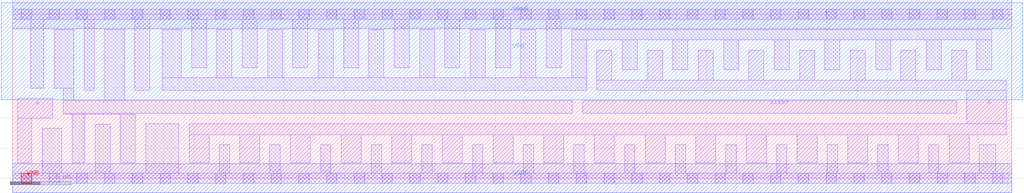
<source format=lef>
# Copyright 2020 The SkyWater PDK Authors
#
# Licensed under the Apache License, Version 2.0 (the "License");
# you may not use this file except in compliance with the License.
# You may obtain a copy of the License at
#
#     https://www.apache.org/licenses/LICENSE-2.0
#
# Unless required by applicable law or agreed to in writing, software
# distributed under the License is distributed on an "AS IS" BASIS,
# WITHOUT WARRANTIES OR CONDITIONS OF ANY KIND, either express or implied.
# See the License for the specific language governing permissions and
# limitations under the License.
#
# SPDX-License-Identifier: Apache-2.0

VERSION 5.7 ;
  NOWIREEXTENSIONATPIN ON ;
  DIVIDERCHAR "/" ;
  BUSBITCHARS "[]" ;
MACRO sky130_fd_sc_hd__lpflow_isobufsrc_16
  CLASS CORE ;
  FOREIGN sky130_fd_sc_hd__lpflow_isobufsrc_16 ;
  ORIGIN  0.000000  0.000000 ;
  SIZE  16.56000 BY  2.720000 ;
  SYMMETRY X Y R90 ;
  SITE unithd ;
  PIN A
    ANTENNAGATEAREA  0.990000 ;
    DIRECTION INPUT ;
    USE SIGNAL ;
    PORT
      LAYER li1 ;
        RECT 0.085000 0.255000 0.315000 0.995000 ;
        RECT 0.085000 0.995000 0.665000 1.325000 ;
    END
  END A
  PIN SLEEP
    ANTENNAGATEAREA  3.960000 ;
    DIRECTION INPUT ;
    USE SIGNAL ;
    PORT
      LAYER li1 ;
        RECT 9.450000 1.075000 15.650000 1.285000 ;
    END
  END SLEEP
  PIN X
    ANTENNADIFFAREA  4.968000 ;
    DIRECTION OUTPUT ;
    USE SIGNAL ;
    PORT
      LAYER li1 ;
        RECT  2.925000 0.255000  3.255000 0.725000 ;
        RECT  2.925000 0.725000 16.475000 0.905000 ;
        RECT  3.765000 0.255000  4.095000 0.725000 ;
        RECT  4.605000 0.255000  4.935000 0.725000 ;
        RECT  5.445000 0.255000  5.775000 0.725000 ;
        RECT  6.285000 0.255000  6.615000 0.725000 ;
        RECT  7.125000 0.255000  7.455000 0.725000 ;
        RECT  7.965000 0.255000  8.295000 0.725000 ;
        RECT  8.805000 0.255000  9.135000 0.725000 ;
        RECT  9.645000 0.255000  9.975000 0.725000 ;
        RECT  9.685000 1.455000 16.475000 1.625000 ;
        RECT  9.685000 1.625000  9.935000 2.125000 ;
        RECT 10.485000 0.255000 10.815000 0.725000 ;
        RECT 10.525000 1.625000 10.775000 2.125000 ;
        RECT 11.325000 0.255000 11.655000 0.725000 ;
        RECT 11.365000 1.625000 11.615000 2.125000 ;
        RECT 12.165000 0.255000 12.495000 0.725000 ;
        RECT 12.205000 1.625000 12.455000 2.125000 ;
        RECT 13.005000 0.255000 13.335000 0.725000 ;
        RECT 13.045000 1.625000 13.295000 2.125000 ;
        RECT 13.845000 0.255000 14.175000 0.725000 ;
        RECT 13.885000 1.625000 14.135000 2.125000 ;
        RECT 14.685000 0.255000 15.015000 0.725000 ;
        RECT 14.725000 1.625000 14.975000 2.125000 ;
        RECT 15.525000 0.255000 15.855000 0.725000 ;
        RECT 15.565000 1.625000 15.815000 2.125000 ;
        RECT 15.820000 0.905000 16.475000 1.455000 ;
    END
  END X
  PIN VGND
    DIRECTION INOUT ;
    SHAPE ABUTMENT ;
    USE GROUND ;
    PORT
      LAYER met1 ;
        RECT 0.000000 -0.240000 16.560000 0.240000 ;
    END
  END VGND
  PIN VNB
    DIRECTION INOUT ;
    USE GROUND ;
    PORT
      LAYER pwell ;
        RECT 0.145000 -0.085000 0.315000 0.085000 ;
    END
  END VNB
  PIN VPB
    DIRECTION INOUT ;
    USE POWER ;
    PORT
      LAYER nwell ;
        RECT -0.190000 1.305000 16.750000 2.910000 ;
    END
  END VPB
  PIN VPWR
    DIRECTION INOUT ;
    SHAPE ABUTMENT ;
    USE POWER ;
    PORT
      LAYER met1 ;
        RECT 0.000000 2.480000 16.560000 2.960000 ;
    END
  END VPWR
  OBS
    LAYER li1 ;
      RECT  0.000000 -0.085000 16.560000 0.085000 ;
      RECT  0.000000  2.635000 16.560000 2.805000 ;
      RECT  0.300000  1.495000  0.515000 2.635000 ;
      RECT  0.485000  0.085000  0.815000 0.825000 ;
      RECT  0.685000  1.495000  1.015000 2.465000 ;
      RECT  0.835000  1.065000  2.035000 1.075000 ;
      RECT  0.835000  1.075000  9.280000 1.285000 ;
      RECT  0.835000  1.285000  1.015000 1.495000 ;
      RECT  0.985000  0.255000  1.195000 1.065000 ;
      RECT  1.185000  1.455000  1.355000 2.635000 ;
      RECT  1.365000  0.085000  1.615000 0.895000 ;
      RECT  1.525000  1.285000  1.855000 2.465000 ;
      RECT  1.785000  0.255000  2.035000 1.065000 ;
      RECT  2.025000  1.455000  2.270000 2.635000 ;
      RECT  2.205000  0.085000  2.755000 0.905000 ;
      RECT  2.475000  1.455000  9.515000 1.665000 ;
      RECT  2.475000  1.665000  2.795000 2.465000 ;
      RECT  2.965000  1.835000  3.215000 2.635000 ;
      RECT  3.385000  1.665000  3.635000 2.465000 ;
      RECT  3.425000  0.085000  3.595000 0.555000 ;
      RECT  3.805000  1.835000  4.055000 2.635000 ;
      RECT  4.225000  1.665000  4.475000 2.465000 ;
      RECT  4.265000  0.085000  4.435000 0.555000 ;
      RECT  4.645000  1.835000  4.895000 2.635000 ;
      RECT  5.065000  1.665000  5.315000 2.465000 ;
      RECT  5.105000  0.085000  5.275000 0.555000 ;
      RECT  5.485000  1.835000  5.735000 2.635000 ;
      RECT  5.905000  1.665000  6.155000 2.465000 ;
      RECT  5.945000  0.085000  6.115000 0.555000 ;
      RECT  6.325000  1.835000  6.575000 2.635000 ;
      RECT  6.745000  1.665000  6.995000 2.465000 ;
      RECT  6.785000  0.085000  6.955000 0.555000 ;
      RECT  7.165000  1.835000  7.415000 2.635000 ;
      RECT  7.585000  1.665000  7.835000 2.465000 ;
      RECT  7.625000  0.085000  7.795000 0.555000 ;
      RECT  8.005000  1.835000  8.255000 2.635000 ;
      RECT  8.425000  1.665000  8.675000 2.465000 ;
      RECT  8.465000  0.085000  8.635000 0.555000 ;
      RECT  8.845000  1.835000  9.095000 2.635000 ;
      RECT  9.265000  1.665000  9.515000 2.295000 ;
      RECT  9.265000  2.295000 16.235000 2.465000 ;
      RECT  9.305000  0.085000  9.475000 0.555000 ;
      RECT 10.105000  1.795000 10.355000 2.295000 ;
      RECT 10.145000  0.085000 10.315000 0.555000 ;
      RECT 10.945000  1.795000 11.195000 2.295000 ;
      RECT 10.985000  0.085000 11.155000 0.555000 ;
      RECT 11.785000  1.795000 12.035000 2.295000 ;
      RECT 11.825000  0.085000 11.995000 0.555000 ;
      RECT 12.625000  1.795000 12.875000 2.295000 ;
      RECT 12.665000  0.085000 12.835000 0.555000 ;
      RECT 13.465000  1.795000 13.715000 2.295000 ;
      RECT 13.505000  0.085000 13.675000 0.555000 ;
      RECT 14.305000  1.795000 14.555000 2.295000 ;
      RECT 14.345000  0.085000 14.515000 0.555000 ;
      RECT 15.145000  1.795000 15.395000 2.295000 ;
      RECT 15.185000  0.085000 15.355000 0.555000 ;
      RECT 15.985000  1.795000 16.235000 2.295000 ;
      RECT 16.025000  0.085000 16.295000 0.555000 ;
    LAYER mcon ;
      RECT  0.145000 -0.085000  0.315000 0.085000 ;
      RECT  0.145000  2.635000  0.315000 2.805000 ;
      RECT  0.605000 -0.085000  0.775000 0.085000 ;
      RECT  0.605000  2.635000  0.775000 2.805000 ;
      RECT  1.065000 -0.085000  1.235000 0.085000 ;
      RECT  1.065000  2.635000  1.235000 2.805000 ;
      RECT  1.525000 -0.085000  1.695000 0.085000 ;
      RECT  1.525000  2.635000  1.695000 2.805000 ;
      RECT  1.985000 -0.085000  2.155000 0.085000 ;
      RECT  1.985000  2.635000  2.155000 2.805000 ;
      RECT  2.445000 -0.085000  2.615000 0.085000 ;
      RECT  2.445000  2.635000  2.615000 2.805000 ;
      RECT  2.905000 -0.085000  3.075000 0.085000 ;
      RECT  2.905000  2.635000  3.075000 2.805000 ;
      RECT  3.365000 -0.085000  3.535000 0.085000 ;
      RECT  3.365000  2.635000  3.535000 2.805000 ;
      RECT  3.825000 -0.085000  3.995000 0.085000 ;
      RECT  3.825000  2.635000  3.995000 2.805000 ;
      RECT  4.285000 -0.085000  4.455000 0.085000 ;
      RECT  4.285000  2.635000  4.455000 2.805000 ;
      RECT  4.745000 -0.085000  4.915000 0.085000 ;
      RECT  4.745000  2.635000  4.915000 2.805000 ;
      RECT  5.205000 -0.085000  5.375000 0.085000 ;
      RECT  5.205000  2.635000  5.375000 2.805000 ;
      RECT  5.665000 -0.085000  5.835000 0.085000 ;
      RECT  5.665000  2.635000  5.835000 2.805000 ;
      RECT  6.125000 -0.085000  6.295000 0.085000 ;
      RECT  6.125000  2.635000  6.295000 2.805000 ;
      RECT  6.585000 -0.085000  6.755000 0.085000 ;
      RECT  6.585000  2.635000  6.755000 2.805000 ;
      RECT  7.045000 -0.085000  7.215000 0.085000 ;
      RECT  7.045000  2.635000  7.215000 2.805000 ;
      RECT  7.505000 -0.085000  7.675000 0.085000 ;
      RECT  7.505000  2.635000  7.675000 2.805000 ;
      RECT  7.965000 -0.085000  8.135000 0.085000 ;
      RECT  7.965000  2.635000  8.135000 2.805000 ;
      RECT  8.425000 -0.085000  8.595000 0.085000 ;
      RECT  8.425000  2.635000  8.595000 2.805000 ;
      RECT  8.885000 -0.085000  9.055000 0.085000 ;
      RECT  8.885000  2.635000  9.055000 2.805000 ;
      RECT  9.345000 -0.085000  9.515000 0.085000 ;
      RECT  9.345000  2.635000  9.515000 2.805000 ;
      RECT  9.805000 -0.085000  9.975000 0.085000 ;
      RECT  9.805000  2.635000  9.975000 2.805000 ;
      RECT 10.265000 -0.085000 10.435000 0.085000 ;
      RECT 10.265000  2.635000 10.435000 2.805000 ;
      RECT 10.725000 -0.085000 10.895000 0.085000 ;
      RECT 10.725000  2.635000 10.895000 2.805000 ;
      RECT 11.185000 -0.085000 11.355000 0.085000 ;
      RECT 11.185000  2.635000 11.355000 2.805000 ;
      RECT 11.645000 -0.085000 11.815000 0.085000 ;
      RECT 11.645000  2.635000 11.815000 2.805000 ;
      RECT 12.105000 -0.085000 12.275000 0.085000 ;
      RECT 12.105000  2.635000 12.275000 2.805000 ;
      RECT 12.565000 -0.085000 12.735000 0.085000 ;
      RECT 12.565000  2.635000 12.735000 2.805000 ;
      RECT 13.025000 -0.085000 13.195000 0.085000 ;
      RECT 13.025000  2.635000 13.195000 2.805000 ;
      RECT 13.485000 -0.085000 13.655000 0.085000 ;
      RECT 13.485000  2.635000 13.655000 2.805000 ;
      RECT 13.945000 -0.085000 14.115000 0.085000 ;
      RECT 13.945000  2.635000 14.115000 2.805000 ;
      RECT 14.405000 -0.085000 14.575000 0.085000 ;
      RECT 14.405000  2.635000 14.575000 2.805000 ;
      RECT 14.865000 -0.085000 15.035000 0.085000 ;
      RECT 14.865000  2.635000 15.035000 2.805000 ;
      RECT 15.325000 -0.085000 15.495000 0.085000 ;
      RECT 15.325000  2.635000 15.495000 2.805000 ;
      RECT 15.785000 -0.085000 15.955000 0.085000 ;
      RECT 15.785000  2.635000 15.955000 2.805000 ;
      RECT 16.245000 -0.085000 16.415000 0.085000 ;
      RECT 16.245000  2.635000 16.415000 2.805000 ;
  END
END sky130_fd_sc_hd__lpflow_isobufsrc_16
END LIBRARY

</source>
